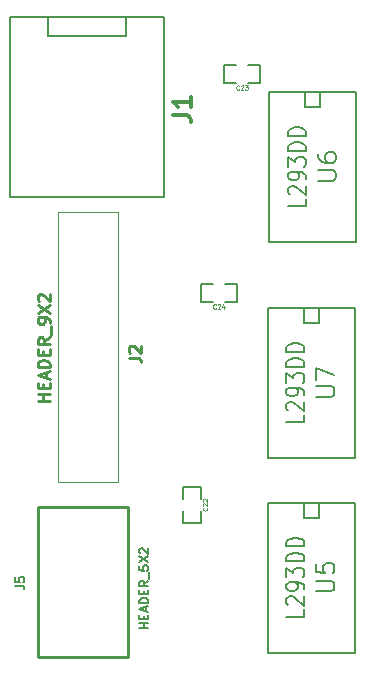
<source format=gto>
G04 (created by PCBNEW (2013-08-24 BZR 4298)-stable) date Sun 27 Oct 2013 08:15:41 PM PDT*
%MOIN*%
G04 Gerber Fmt 3.4, Leading zero omitted, Abs format*
%FSLAX34Y34*%
G01*
G70*
G90*
G04 APERTURE LIST*
%ADD10C,0.005906*%
%ADD11C,0.005000*%
%ADD12C,0.010000*%
%ADD13C,0.002000*%
%ADD14C,0.007900*%
%ADD15C,0.003700*%
%ADD16C,0.007500*%
%ADD17C,0.012000*%
G04 APERTURE END LIST*
G54D10*
G54D11*
X63349Y-37850D02*
X66249Y-37850D01*
X66249Y-32850D02*
X63349Y-32850D01*
X63349Y-37850D02*
X63349Y-32850D01*
X66249Y-32850D02*
X66249Y-37850D01*
X65049Y-32850D02*
X65049Y-33350D01*
X65049Y-33350D02*
X64549Y-33350D01*
X64549Y-33350D02*
X64549Y-32850D01*
X63400Y-30649D02*
X66300Y-30649D01*
X66300Y-25649D02*
X63400Y-25649D01*
X63400Y-30649D02*
X63400Y-25649D01*
X66300Y-25649D02*
X66300Y-30649D01*
X65100Y-25649D02*
X65100Y-26149D01*
X65100Y-26149D02*
X64600Y-26149D01*
X64600Y-26149D02*
X64600Y-25649D01*
X63349Y-44338D02*
X66249Y-44338D01*
X66249Y-39338D02*
X63349Y-39338D01*
X63349Y-44338D02*
X63349Y-39338D01*
X66249Y-39338D02*
X66249Y-44338D01*
X65049Y-39338D02*
X65049Y-39838D01*
X65049Y-39838D02*
X64549Y-39838D01*
X64549Y-39838D02*
X64549Y-39338D01*
X61928Y-32058D02*
X62328Y-32058D01*
X62328Y-32058D02*
X62328Y-32658D01*
X62328Y-32658D02*
X61928Y-32658D01*
X61528Y-32658D02*
X61128Y-32658D01*
X61128Y-32658D02*
X61128Y-32058D01*
X61128Y-32058D02*
X61528Y-32058D01*
X62700Y-24759D02*
X63100Y-24759D01*
X63100Y-24759D02*
X63100Y-25359D01*
X63100Y-25359D02*
X62700Y-25359D01*
X62300Y-25359D02*
X61900Y-25359D01*
X61900Y-25359D02*
X61900Y-24759D01*
X61900Y-24759D02*
X62300Y-24759D01*
X60511Y-39205D02*
X60511Y-38805D01*
X60511Y-38805D02*
X61111Y-38805D01*
X61111Y-38805D02*
X61111Y-39205D01*
X61111Y-39605D02*
X61111Y-40005D01*
X61111Y-40005D02*
X60511Y-40005D01*
X60511Y-40005D02*
X60511Y-39605D01*
G54D12*
X58700Y-44500D02*
X58700Y-39500D01*
X58700Y-44500D02*
X55700Y-44500D01*
X55700Y-44500D02*
X55700Y-39500D01*
X55700Y-39500D02*
X58700Y-39500D01*
G54D13*
X58350Y-29649D02*
X58350Y-38649D01*
X56350Y-38649D02*
X56350Y-29649D01*
X56350Y-29651D02*
X58350Y-29651D01*
X58350Y-38649D02*
X56350Y-38649D01*
G54D11*
X58610Y-23165D02*
X58610Y-23775D01*
X58610Y-23775D02*
X56011Y-23775D01*
X56011Y-23775D02*
X56011Y-23175D01*
G54D14*
X59871Y-23165D02*
X59871Y-29149D01*
X59871Y-29149D02*
X54751Y-29149D01*
X54751Y-29149D02*
X54751Y-23165D01*
X54751Y-23165D02*
X59871Y-23165D01*
G54D11*
X64970Y-35807D02*
X65456Y-35807D01*
X65513Y-35778D01*
X65542Y-35750D01*
X65570Y-35693D01*
X65570Y-35578D01*
X65542Y-35521D01*
X65513Y-35493D01*
X65456Y-35464D01*
X64970Y-35464D01*
X64970Y-35236D02*
X64970Y-34836D01*
X65570Y-35093D01*
X64570Y-36409D02*
X64570Y-36648D01*
X63970Y-36648D01*
X64027Y-36267D02*
X63999Y-36243D01*
X63970Y-36195D01*
X63970Y-36076D01*
X63999Y-36028D01*
X64027Y-36005D01*
X64084Y-35981D01*
X64142Y-35981D01*
X64227Y-36005D01*
X64570Y-36290D01*
X64570Y-35981D01*
X64570Y-35743D02*
X64570Y-35648D01*
X64542Y-35600D01*
X64513Y-35576D01*
X64427Y-35528D01*
X64313Y-35505D01*
X64084Y-35505D01*
X64027Y-35528D01*
X63999Y-35552D01*
X63970Y-35600D01*
X63970Y-35695D01*
X63999Y-35743D01*
X64027Y-35767D01*
X64084Y-35790D01*
X64227Y-35790D01*
X64284Y-35767D01*
X64313Y-35743D01*
X64342Y-35695D01*
X64342Y-35600D01*
X64313Y-35552D01*
X64284Y-35528D01*
X64227Y-35505D01*
X63970Y-35338D02*
X63970Y-35028D01*
X64199Y-35195D01*
X64199Y-35124D01*
X64227Y-35076D01*
X64256Y-35052D01*
X64313Y-35028D01*
X64456Y-35028D01*
X64513Y-35052D01*
X64542Y-35076D01*
X64570Y-35124D01*
X64570Y-35267D01*
X64542Y-35314D01*
X64513Y-35338D01*
X64570Y-34814D02*
X63970Y-34814D01*
X63970Y-34695D01*
X63999Y-34624D01*
X64056Y-34576D01*
X64113Y-34552D01*
X64227Y-34528D01*
X64313Y-34528D01*
X64427Y-34552D01*
X64484Y-34576D01*
X64542Y-34624D01*
X64570Y-34695D01*
X64570Y-34814D01*
X64570Y-34314D02*
X63970Y-34314D01*
X63970Y-34195D01*
X63999Y-34124D01*
X64056Y-34076D01*
X64113Y-34052D01*
X64227Y-34028D01*
X64313Y-34028D01*
X64427Y-34052D01*
X64484Y-34076D01*
X64542Y-34124D01*
X64570Y-34195D01*
X64570Y-34314D01*
X65021Y-28606D02*
X65507Y-28606D01*
X65564Y-28578D01*
X65593Y-28549D01*
X65621Y-28492D01*
X65621Y-28378D01*
X65593Y-28321D01*
X65564Y-28292D01*
X65507Y-28263D01*
X65021Y-28263D01*
X65021Y-27721D02*
X65021Y-27835D01*
X65050Y-27892D01*
X65078Y-27921D01*
X65164Y-27978D01*
X65278Y-28006D01*
X65507Y-28006D01*
X65564Y-27978D01*
X65593Y-27949D01*
X65621Y-27892D01*
X65621Y-27778D01*
X65593Y-27721D01*
X65564Y-27692D01*
X65507Y-27663D01*
X65364Y-27663D01*
X65307Y-27692D01*
X65278Y-27721D01*
X65250Y-27778D01*
X65250Y-27892D01*
X65278Y-27949D01*
X65307Y-27978D01*
X65364Y-28006D01*
X64621Y-29209D02*
X64621Y-29447D01*
X64021Y-29447D01*
X64078Y-29066D02*
X64050Y-29042D01*
X64021Y-28994D01*
X64021Y-28875D01*
X64050Y-28828D01*
X64078Y-28804D01*
X64136Y-28780D01*
X64193Y-28780D01*
X64278Y-28804D01*
X64621Y-29090D01*
X64621Y-28780D01*
X64621Y-28542D02*
X64621Y-28447D01*
X64593Y-28399D01*
X64564Y-28375D01*
X64478Y-28328D01*
X64364Y-28304D01*
X64136Y-28304D01*
X64078Y-28328D01*
X64050Y-28351D01*
X64021Y-28399D01*
X64021Y-28494D01*
X64050Y-28542D01*
X64078Y-28566D01*
X64136Y-28590D01*
X64278Y-28590D01*
X64336Y-28566D01*
X64364Y-28542D01*
X64393Y-28494D01*
X64393Y-28399D01*
X64364Y-28351D01*
X64336Y-28328D01*
X64278Y-28304D01*
X64021Y-28137D02*
X64021Y-27828D01*
X64250Y-27994D01*
X64250Y-27923D01*
X64278Y-27875D01*
X64307Y-27851D01*
X64364Y-27828D01*
X64507Y-27828D01*
X64564Y-27851D01*
X64593Y-27875D01*
X64621Y-27923D01*
X64621Y-28066D01*
X64593Y-28113D01*
X64564Y-28137D01*
X64621Y-27613D02*
X64021Y-27613D01*
X64021Y-27494D01*
X64050Y-27423D01*
X64107Y-27375D01*
X64164Y-27351D01*
X64278Y-27328D01*
X64364Y-27328D01*
X64478Y-27351D01*
X64536Y-27375D01*
X64593Y-27423D01*
X64621Y-27494D01*
X64621Y-27613D01*
X64621Y-27113D02*
X64021Y-27113D01*
X64021Y-26994D01*
X64050Y-26923D01*
X64107Y-26875D01*
X64164Y-26851D01*
X64278Y-26828D01*
X64364Y-26828D01*
X64478Y-26851D01*
X64536Y-26875D01*
X64593Y-26923D01*
X64621Y-26994D01*
X64621Y-27113D01*
X64970Y-42295D02*
X65456Y-42295D01*
X65513Y-42267D01*
X65542Y-42238D01*
X65570Y-42181D01*
X65570Y-42067D01*
X65542Y-42010D01*
X65513Y-41981D01*
X65456Y-41952D01*
X64970Y-41952D01*
X64970Y-41381D02*
X64970Y-41667D01*
X65256Y-41695D01*
X65227Y-41667D01*
X65199Y-41610D01*
X65199Y-41467D01*
X65227Y-41410D01*
X65256Y-41381D01*
X65313Y-41352D01*
X65456Y-41352D01*
X65513Y-41381D01*
X65542Y-41410D01*
X65570Y-41467D01*
X65570Y-41610D01*
X65542Y-41667D01*
X65513Y-41695D01*
X64570Y-42898D02*
X64570Y-43136D01*
X63970Y-43136D01*
X64027Y-42755D02*
X63999Y-42731D01*
X63970Y-42683D01*
X63970Y-42564D01*
X63999Y-42517D01*
X64027Y-42493D01*
X64084Y-42469D01*
X64142Y-42469D01*
X64227Y-42493D01*
X64570Y-42779D01*
X64570Y-42469D01*
X64570Y-42231D02*
X64570Y-42136D01*
X64542Y-42088D01*
X64513Y-42064D01*
X64427Y-42017D01*
X64313Y-41993D01*
X64084Y-41993D01*
X64027Y-42017D01*
X63999Y-42040D01*
X63970Y-42088D01*
X63970Y-42183D01*
X63999Y-42231D01*
X64027Y-42255D01*
X64084Y-42279D01*
X64227Y-42279D01*
X64284Y-42255D01*
X64313Y-42231D01*
X64342Y-42183D01*
X64342Y-42088D01*
X64313Y-42040D01*
X64284Y-42017D01*
X64227Y-41993D01*
X63970Y-41826D02*
X63970Y-41517D01*
X64199Y-41683D01*
X64199Y-41612D01*
X64227Y-41564D01*
X64256Y-41540D01*
X64313Y-41517D01*
X64456Y-41517D01*
X64513Y-41540D01*
X64542Y-41564D01*
X64570Y-41612D01*
X64570Y-41755D01*
X64542Y-41802D01*
X64513Y-41826D01*
X64570Y-41302D02*
X63970Y-41302D01*
X63970Y-41183D01*
X63999Y-41112D01*
X64056Y-41064D01*
X64113Y-41040D01*
X64227Y-41017D01*
X64313Y-41017D01*
X64427Y-41040D01*
X64484Y-41064D01*
X64542Y-41112D01*
X64570Y-41183D01*
X64570Y-41302D01*
X64570Y-40802D02*
X63970Y-40802D01*
X63970Y-40683D01*
X63999Y-40612D01*
X64056Y-40564D01*
X64113Y-40540D01*
X64227Y-40517D01*
X64313Y-40517D01*
X64427Y-40540D01*
X64484Y-40564D01*
X64542Y-40612D01*
X64570Y-40683D01*
X64570Y-40802D01*
G54D15*
X61621Y-32863D02*
X61614Y-32870D01*
X61593Y-32878D01*
X61579Y-32878D01*
X61557Y-32870D01*
X61543Y-32856D01*
X61536Y-32842D01*
X61529Y-32813D01*
X61529Y-32792D01*
X61536Y-32763D01*
X61543Y-32749D01*
X61557Y-32735D01*
X61579Y-32728D01*
X61593Y-32728D01*
X61614Y-32735D01*
X61621Y-32742D01*
X61679Y-32742D02*
X61686Y-32735D01*
X61700Y-32728D01*
X61736Y-32728D01*
X61750Y-32735D01*
X61757Y-32742D01*
X61764Y-32756D01*
X61764Y-32770D01*
X61757Y-32792D01*
X61671Y-32878D01*
X61764Y-32878D01*
X61893Y-32778D02*
X61893Y-32878D01*
X61857Y-32720D02*
X61821Y-32828D01*
X61914Y-32828D01*
X62393Y-25564D02*
X62386Y-25571D01*
X62365Y-25578D01*
X62350Y-25578D01*
X62329Y-25571D01*
X62315Y-25557D01*
X62307Y-25543D01*
X62300Y-25514D01*
X62300Y-25493D01*
X62307Y-25464D01*
X62315Y-25450D01*
X62329Y-25436D01*
X62350Y-25428D01*
X62365Y-25428D01*
X62386Y-25436D01*
X62393Y-25443D01*
X62450Y-25443D02*
X62457Y-25436D01*
X62472Y-25428D01*
X62507Y-25428D01*
X62522Y-25436D01*
X62529Y-25443D01*
X62536Y-25457D01*
X62536Y-25471D01*
X62529Y-25493D01*
X62443Y-25578D01*
X62536Y-25578D01*
X62586Y-25428D02*
X62679Y-25428D01*
X62629Y-25486D01*
X62650Y-25486D01*
X62665Y-25493D01*
X62672Y-25500D01*
X62679Y-25514D01*
X62679Y-25550D01*
X62672Y-25564D01*
X62665Y-25571D01*
X62650Y-25578D01*
X62607Y-25578D01*
X62593Y-25571D01*
X62586Y-25564D01*
X61316Y-39511D02*
X61323Y-39519D01*
X61330Y-39540D01*
X61330Y-39554D01*
X61323Y-39576D01*
X61309Y-39590D01*
X61295Y-39597D01*
X61266Y-39604D01*
X61245Y-39604D01*
X61216Y-39597D01*
X61202Y-39590D01*
X61188Y-39576D01*
X61180Y-39554D01*
X61180Y-39540D01*
X61188Y-39519D01*
X61195Y-39511D01*
X61195Y-39454D02*
X61188Y-39447D01*
X61180Y-39433D01*
X61180Y-39397D01*
X61188Y-39383D01*
X61195Y-39376D01*
X61209Y-39369D01*
X61223Y-39369D01*
X61245Y-39376D01*
X61330Y-39461D01*
X61330Y-39369D01*
X61195Y-39311D02*
X61188Y-39304D01*
X61180Y-39290D01*
X61180Y-39254D01*
X61188Y-39240D01*
X61195Y-39233D01*
X61209Y-39226D01*
X61223Y-39226D01*
X61245Y-39233D01*
X61330Y-39319D01*
X61330Y-39226D01*
G54D16*
X54930Y-42119D02*
X55144Y-42119D01*
X55187Y-42133D01*
X55215Y-42162D01*
X55230Y-42205D01*
X55230Y-42233D01*
X54930Y-41833D02*
X54930Y-41976D01*
X55073Y-41991D01*
X55058Y-41976D01*
X55044Y-41948D01*
X55044Y-41876D01*
X55058Y-41848D01*
X55073Y-41833D01*
X55101Y-41819D01*
X55173Y-41819D01*
X55201Y-41833D01*
X55215Y-41848D01*
X55230Y-41876D01*
X55230Y-41948D01*
X55215Y-41976D01*
X55201Y-41991D01*
X59364Y-43535D02*
X59064Y-43535D01*
X59206Y-43535D02*
X59206Y-43363D01*
X59364Y-43363D02*
X59064Y-43363D01*
X59206Y-43220D02*
X59206Y-43120D01*
X59364Y-43078D02*
X59364Y-43220D01*
X59064Y-43220D01*
X59064Y-43078D01*
X59278Y-42963D02*
X59278Y-42820D01*
X59364Y-42992D02*
X59064Y-42892D01*
X59364Y-42792D01*
X59364Y-42692D02*
X59064Y-42692D01*
X59064Y-42620D01*
X59078Y-42578D01*
X59106Y-42549D01*
X59135Y-42535D01*
X59192Y-42520D01*
X59235Y-42520D01*
X59292Y-42535D01*
X59321Y-42549D01*
X59349Y-42578D01*
X59364Y-42620D01*
X59364Y-42692D01*
X59206Y-42392D02*
X59206Y-42292D01*
X59364Y-42249D02*
X59364Y-42392D01*
X59064Y-42392D01*
X59064Y-42249D01*
X59364Y-41949D02*
X59221Y-42049D01*
X59364Y-42120D02*
X59064Y-42120D01*
X59064Y-42006D01*
X59078Y-41978D01*
X59092Y-41963D01*
X59121Y-41949D01*
X59164Y-41949D01*
X59192Y-41963D01*
X59206Y-41978D01*
X59221Y-42006D01*
X59221Y-42120D01*
X59392Y-41892D02*
X59392Y-41663D01*
X59064Y-41449D02*
X59064Y-41592D01*
X59206Y-41606D01*
X59192Y-41592D01*
X59178Y-41563D01*
X59178Y-41492D01*
X59192Y-41463D01*
X59206Y-41449D01*
X59235Y-41435D01*
X59306Y-41435D01*
X59335Y-41449D01*
X59349Y-41463D01*
X59364Y-41492D01*
X59364Y-41563D01*
X59349Y-41592D01*
X59335Y-41606D01*
X59064Y-41335D02*
X59364Y-41135D01*
X59064Y-41135D02*
X59364Y-41335D01*
X59092Y-41035D02*
X59078Y-41020D01*
X59064Y-40992D01*
X59064Y-40920D01*
X59078Y-40892D01*
X59092Y-40878D01*
X59121Y-40863D01*
X59149Y-40863D01*
X59192Y-40878D01*
X59364Y-41049D01*
X59364Y-40863D01*
G54D12*
X58709Y-34509D02*
X58995Y-34509D01*
X59052Y-34528D01*
X59090Y-34567D01*
X59109Y-34624D01*
X59109Y-34662D01*
X58747Y-34338D02*
X58728Y-34319D01*
X58709Y-34281D01*
X58709Y-34186D01*
X58728Y-34148D01*
X58747Y-34128D01*
X58785Y-34109D01*
X58823Y-34109D01*
X58880Y-34128D01*
X59109Y-34357D01*
X59109Y-34109D01*
X56073Y-35950D02*
X55673Y-35950D01*
X55863Y-35950D02*
X55863Y-35721D01*
X56073Y-35721D02*
X55673Y-35721D01*
X55863Y-35530D02*
X55863Y-35397D01*
X56073Y-35340D02*
X56073Y-35530D01*
X55673Y-35530D01*
X55673Y-35340D01*
X55959Y-35188D02*
X55959Y-34997D01*
X56073Y-35226D02*
X55673Y-35092D01*
X56073Y-34959D01*
X56073Y-34826D02*
X55673Y-34826D01*
X55673Y-34730D01*
X55692Y-34673D01*
X55730Y-34635D01*
X55768Y-34616D01*
X55844Y-34597D01*
X55901Y-34597D01*
X55978Y-34616D01*
X56016Y-34635D01*
X56054Y-34673D01*
X56073Y-34730D01*
X56073Y-34826D01*
X55863Y-34426D02*
X55863Y-34292D01*
X56073Y-34235D02*
X56073Y-34426D01*
X55673Y-34426D01*
X55673Y-34235D01*
X56073Y-33835D02*
X55882Y-33969D01*
X56073Y-34064D02*
X55673Y-34064D01*
X55673Y-33911D01*
X55692Y-33873D01*
X55711Y-33854D01*
X55749Y-33835D01*
X55806Y-33835D01*
X55844Y-33854D01*
X55863Y-33873D01*
X55882Y-33911D01*
X55882Y-34064D01*
X56111Y-33759D02*
X56111Y-33454D01*
X56073Y-33340D02*
X56073Y-33264D01*
X56054Y-33226D01*
X56035Y-33207D01*
X55978Y-33169D01*
X55901Y-33150D01*
X55749Y-33150D01*
X55711Y-33169D01*
X55692Y-33188D01*
X55673Y-33226D01*
X55673Y-33302D01*
X55692Y-33340D01*
X55711Y-33359D01*
X55749Y-33378D01*
X55844Y-33378D01*
X55882Y-33359D01*
X55901Y-33340D01*
X55920Y-33302D01*
X55920Y-33226D01*
X55901Y-33188D01*
X55882Y-33169D01*
X55844Y-33150D01*
X55673Y-33016D02*
X56073Y-32750D01*
X55673Y-32750D02*
X56073Y-33016D01*
X55711Y-32616D02*
X55692Y-32597D01*
X55673Y-32559D01*
X55673Y-32464D01*
X55692Y-32426D01*
X55711Y-32407D01*
X55749Y-32388D01*
X55787Y-32388D01*
X55844Y-32407D01*
X56073Y-32635D01*
X56073Y-32388D01*
G54D17*
X60194Y-26419D02*
X60623Y-26419D01*
X60708Y-26448D01*
X60765Y-26505D01*
X60794Y-26590D01*
X60794Y-26648D01*
X60794Y-25819D02*
X60794Y-26162D01*
X60794Y-25990D02*
X60194Y-25990D01*
X60280Y-26048D01*
X60337Y-26105D01*
X60365Y-26162D01*
M02*

</source>
